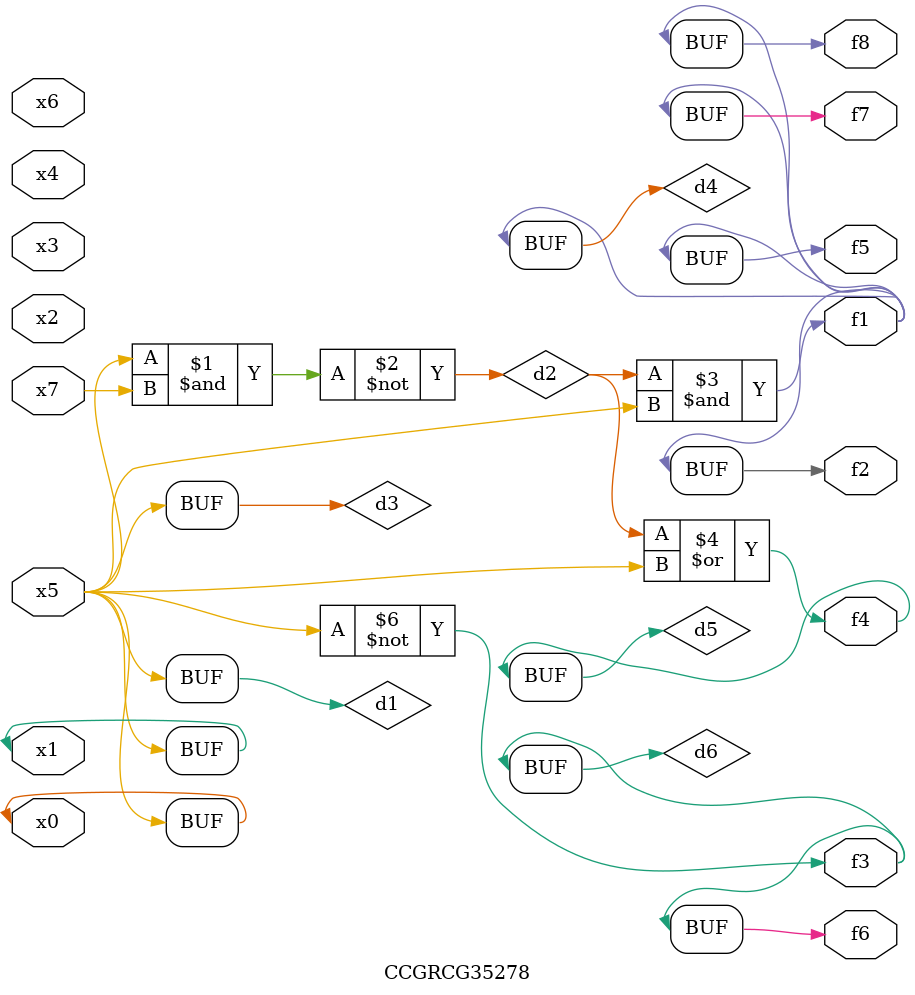
<source format=v>
module CCGRCG35278(
	input x0, x1, x2, x3, x4, x5, x6, x7,
	output f1, f2, f3, f4, f5, f6, f7, f8
);

	wire d1, d2, d3, d4, d5, d6;

	buf (d1, x0, x5);
	nand (d2, x5, x7);
	buf (d3, x0, x1);
	and (d4, d2, d3);
	or (d5, d2, d3);
	nor (d6, d1, d3);
	assign f1 = d4;
	assign f2 = d4;
	assign f3 = d6;
	assign f4 = d5;
	assign f5 = d4;
	assign f6 = d6;
	assign f7 = d4;
	assign f8 = d4;
endmodule

</source>
